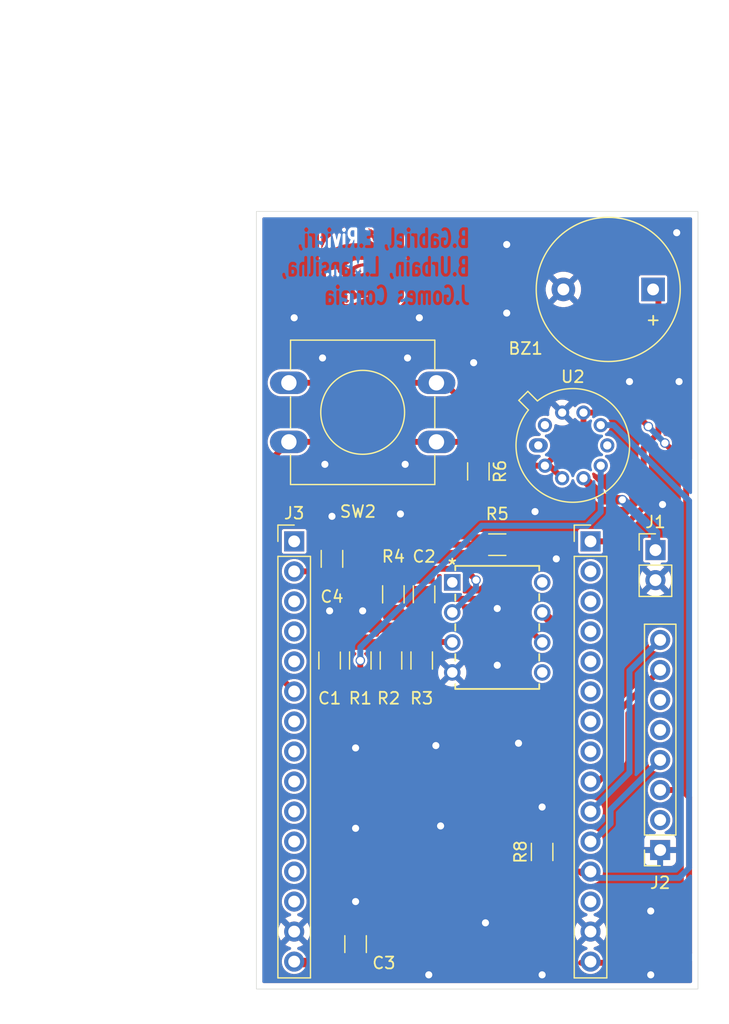
<source format=kicad_pcb>
(kicad_pcb (version 20241229) (generator "pcbnew") (generator_version "9.0")
  (layers (0 "F.Cu" signal) (2 "B.Cu" signal) (13 "F.Paste" user) (15 "B.Paste" user) (5 "F.SilkS" user "F.Silkscreen") (7 "B.SilkS" user "B.Silkscreen") (1 "F.Mask" user) (3 "B.Mask" user) (25 "Edge.Cuts" user))
  (net 0 "")
  (net 1 "/Buzzer")
  (net 2 "Net-(U3-IN+)")
  (net 3 "GND")
  (net 4 "Net-(U3-OUT)")
  (net 5 "Net-(U3-IN-)")
  (net 6 "/5V")
  (net 7 "/ADC_Sensor")
  (net 8 "/RESET_LoRa")
  (net 11 "/RX_LoRa")
  (net 12 "/3V3")
  (net 14 "/TX_LoRa")
  (net 15 "/Button")
  (net 35 "/I_Sensor")
  (net 39 "/ADC_TEMP")
  (net 41 "/15V")
  (footprint "Resistor_SMD:R_1206_3216Metric_Pad1.30x1.75mm_HandSolder" (layer "F.Cu") (at 179 41.2 -90)
    (property "Reference" "R6")
    (property "Value" "10k")
  )
  (footprint "Capacitor_SMD:C_1206_3216Metric_Pad1.33x1.80mm_HandSolder" (layer "F.Cu") (at 166.4 57.2 -90)
    (property "Reference" "C1")
    (property "Value" "100n")
  )
  (footprint "Capacitor_SMD:C_1206_3216Metric_Pad1.33x1.80mm_HandSolder" (layer "F.Cu") (at 166.6 48.6 90)
    (property "Reference" "C4")
    (property "Value" "100n")
  )
  (footprint "Resistor_SMD:R_1206_3216Metric_Pad1.30x1.75mm_HandSolder" (layer "F.Cu") (at 171.8 51.6 -90)
    (property "Reference" "R4")
    (property "Value" "100k")
  )
  (footprint "LOGO" (layer "F.Cu") (at 169.2 24.4)
    (property "Reference" "G***" (hide yes))
    (property "Value" "LOGO" (hide yes))
  )
  (footprint "Package_TO_SOT_THT:TO-5-10" (layer "F.Cu") (at 184.08 39)
    (property "Reference" "U2")
    (property "Value" "Gaz_Sensor")
  )
  (footprint "Button_Switch_THT:SW_PUSH-12mm" (layer "F.Cu") (at 162.95 33.7)
    (property "Reference" "SW2")
    (property "Value" "SW_Push_Dual")
  )
  (footprint "Resistor_SMD:R_1206_3216Metric_Pad1.30x1.75mm_HandSolder" (layer "F.Cu") (at 174.2 57.2 -90)
    (property "Reference" "R3")
    (property "Value" "1k")
  )
  (footprint "Resistor_SMD:R_1206_3216Metric_Pad1.30x1.75mm_HandSolder" (layer "F.Cu") (at 171.6 57.2 -90)
    (property "Reference" "R2")
    (property "Value" "100k")
  )
  (footprint "Capacitor_SMD:C_1206_3216Metric_Pad1.33x1.80mm_HandSolder" (layer "F.Cu") (at 168.6 81.2 90)
    (property "Reference" "C3")
    (property "Value" "100n")
  )
  (footprint "Resistor_SMD:R_1206_3216Metric_Pad1.30x1.75mm_HandSolder" (layer "F.Cu") (at 184.4 73.4 90)
    (property "Reference" "R8")
    (property "Value" "10k")
  )
  (footprint "Library:Connecteur femelle ESP" (layer "F.Cu") (at 163.4 47.12)
    (property "Reference" "J3")
    (property "Value" "Connecteur_femelle_pour_ESP_OK")
  )
  (footprint "Resistor_SMD:R_1206_3216Metric_Pad1.30x1.75mm_HandSolder" (layer "F.Cu") (at 169 57.2 90)
    (property "Reference" "R1")
    (property "Value" "10k")
  )
  (footprint "Connector_PinSocket_2.54mm:PinSocket_1x08_P2.54mm_Vertical" (layer "F.Cu") (at 194.4 73.24 180)
    (property "Reference" "J2")
    (property "Value" "Connecteur_module_LoRa")
  )
  (footprint "footprints:PDIP-8_N_LIT" (layer "F.Cu") (at 176.79 50.59)
    (property "Reference" "U3" (hide yes))
    (property "Value" "LTC1050CN8-PBF")
  )
  (footprint "Resistor_SMD:R_1206_3216Metric_Pad1.30x1.75mm_HandSolder" (layer "F.Cu") (at 180.6 47.4 180)
    (property "Reference" "R5")
    (property "Value" "1k")
  )
  (footprint "Buzzer_Beeper:Buzzer_12x9.5RM7.6" (layer "F.Cu") (at 193.8 25.8 180)
    (property "Reference" "BZ1")
    (property "Value" "Buzzer")
  )
  (footprint "Connector_PinHeader_2.54mm:PinHeader_1x02_P2.54mm_Vertical" (layer "F.Cu") (at 194 47.86)
    (property "Reference" "J1")
    (property "Value" "Conn_01x02_Pin")
  )
  (footprint "Capacitor_SMD:C_1206_3216Metric_Pad1.33x1.80mm_HandSolder" (layer "F.Cu") (at 174.4 51.6 -90)
    (property "Reference" "C2")
    (property "Value" "1u")
  )
  (gr_rect (start 160.2 19.2) (end 197.6 85) (stroke (width 0.05)) (fill no) (layer "Edge.Cuts"))
  (gr_text "B.Gabriel, E.Rivieri,\nB.Urbain, L.Mansilha,\nJ.Gomes Correia" (at 178.4 27.2 0) (layer "B.Cu" knockout) (effects (font (size 1.5 1) (thickness 0.25) (bold yes)) (justify left bottom mirror)))
  (segment (start 193.8 25.8) (end 194.251 26.251) (width 0.5) (layer "F.Cu") (net 1))
  (segment (start 194.251 26.251) (end 194.251 37.949) (width 0.5) (layer "F.Cu") (net 1))
  (segment (start 193 39.2) (end 193 44.2) (width 0.5) (layer "F.Cu") (net 1))
  (segment (start 190.08 47.12) (end 188.5 47.12) (width 0.5) (layer "F.Cu") (net 1))
  (segment (start 194.251 37.949) (end 193 39.2) (width 0.5) (layer "F.Cu") (net 1))
  (segment (start 193 44.2) (end 190.08 47.12) (width 0.5) (layer "F.Cu") (net 1))
  (segment (start 176.7575 55.6375) (end 176.79 55.67) (width 0.5) (layer "F.Cu") (net 2))
  (segment (start 171.6 55.65) (end 174.2 55.65) (width 0.5) (layer "F.Cu") (net 2))
  (segment (start 166.4 55.6375) (end 176.7575 55.6375) (width 0.5) (layer "F.Cu") (net 2))
  (segment (start 169 55.65) (end 166.4125 55.65) (width 0.5) (layer "F.Cu") (net 2))
  (segment (start 169 55.65) (end 171.6 55.65) (width 0.5) (layer "F.Cu") (net 2))
  (segment (start 166.4125 55.65) (end 166.4 55.6375) (width 0.5) (layer "F.Cu") (net 2))
  (via (at 184.4 69.6) (size 0.8) (drill 0.6) (layers "F.Cu" "B.Cu") (net 3))
  (via (at 168.6 77.6) (size 0.8) (drill 0.6) (layers "F.Cu" "B.Cu") (net 3))
  (via (at 181.4 22) (size 0.8) (drill 0.6) (layers "F.Cu" "B.Cu") (net 3))
  (via (at 173 31.6) (size 0.8) (drill 0.6) (layers "F.Cu" "B.Cu") (net 3))
  (via (at 179.6 79.4) (size 0.8) (drill 0.6) (layers "F.Cu" "B.Cu") (net 3))
  (via (at 181.4 27.8) (size 0.8) (drill 0.6) (layers "F.Cu" "B.Cu") (net 3))
  (via (at 166.6 45) (size 0.8) (drill 0.6) (layers "F.Cu" "B.Cu") (net 3))
  (via (at 165.8 31.6) (size 0.8) (drill 0.6) (layers "F.Cu" "B.Cu") (net 3))
  (via (at 193.6 83.8) (size 0.8) (drill 0.6) (layers "F.Cu" "B.Cu") (net 3))
  (via (at 195.8 21) (size 0.8) (drill 0.6) (layers "F.Cu" "B.Cu") (net 3))
  (via (at 183.8 44.6) (size 0.8) (drill 0.6) (layers "F.Cu" "B.Cu") (net 3))
  (via (at 172.8 40.6) (size 0.8) (drill 0.6) (layers "F.Cu" "B.Cu") (net 3))
  (via (at 185.6 48.6) (size 0.8) (drill 0.6) (layers "F.Cu" "B.Cu") (net 3))
  (via (at 180.6 52.8) (size 0.8) (drill 0.6) (layers "F.Cu" "B.Cu") (net 3))
  (via (at 163.4 28.2) (size 0.8) (drill 0.6) (layers "F.Cu" "B.Cu") (net 3))
  (via (at 184.4 83.8) (size 0.8) (drill 0.6) (layers "F.Cu" "B.Cu") (net 3))
  (via (at 175.4 64.4) (size 0.8) (drill 0.6) (layers "F.Cu" "B.Cu") (net 3))
  (via (at 168.6 64.6) (size 0.8) (drill 0.6) (layers "F.Cu" "B.Cu") (net 3))
  (via (at 172.4 44.8) (size 0.8) (drill 0.6) (layers "F.Cu" "B.Cu") (net 3))
  (via (at 175.8 71.2) (size 0.8) (drill 0.6) (layers "F.Cu" "B.Cu") (net 3))
  (via (at 180.6 57.6) (size 0.8) (drill 0.6) (layers "F.Cu" "B.Cu") (net 3))
  (via (at 166 40.6) (size 0.8) (drill 0.6) (layers "F.Cu" "B.Cu") (net 3))
  (via (at 182.4 64.2) (size 0.8) (drill 0.6) (layers "F.Cu" "B.Cu") (net 3))
  (via (at 194.6 44) (size 0.8) (drill 0.6) (layers "F.Cu" "B.Cu") (net 3))
  (via (at 166.4 53) (size 0.8) (drill 0.6) (layers "F.Cu" "B.Cu") (net 3))
  (via (at 169.2 53) (size 0.8) (drill 0.6) (layers "F.Cu" "B.Cu") (net 3))
  (via (at 178.6 32) (size 0.8) (drill 0.6) (layers "F.Cu" "B.Cu") (net 3))
  (via (at 196 33.6) (size 0.8) (drill 0.6) (layers "F.Cu" "B.Cu") (net 3))
  (via (at 174 28.2) (size 0.8) (drill 0.6) (layers "F.Cu" "B.Cu") (net 3))
  (via (at 174.8 83.8) (size 0.8) (drill 0.6) (layers "F.Cu" "B.Cu") (net 3))
  (via (at 193.6 78.4) (size 0.8) (drill 0.6) (layers "F.Cu" "B.Cu") (net 3))
  (via (at 191.8 33.6) (size 0.8) (drill 0.6) (layers "F.Cu" "B.Cu") (net 3))
  (via (at 168.6 71.4) (size 0.8) (drill 0.6) (layers "F.Cu" "B.Cu") (net 3))
  (segment (start 174.1875 53.1625) (end 174.2 53.15) (width 0.5) (layer "F.Cu") (net 4))
  (segment (start 175.6 54.4) (end 183.14 54.4) (width 0.5) (layer "F.Cu") (net 4))
  (segment (start 175.3695 51.9805) (end 174.2 53.15) (width 0.5) (layer "F.Cu") (net 4))
  (segment (start 171.6 53.1625) (end 174.1875 53.1625) (width 0.5) (layer "F.Cu") (net 4))
  (segment (start 182.15 49.05) (end 182.15 47.4) (width 0.5) (layer "F.Cu") (net 4))
  (segment (start 179.2195 51.9805) (end 182.15 49.05) (width 0.5) (layer "F.Cu") (net 4))
  (segment (start 183.14 54.4) (end 184.41 55.67) (width 0.5) (layer "F.Cu") (net 4))
  (segment (start 175.3695 51.9805) (end 179.2195 51.9805) (width 0.5) (layer "F.Cu") (net 4))
  (segment (start 174.4 53.2) (end 175.6 54.4) (width 0.5) (layer "F.Cu") (net 4))
  (segment (start 184.41 55.67) (end 184.33 55.67) (width 0.5) (layer "F.Cu") (net 4))
  (segment (start 174.4 53.1625) (end 174.4 53.2) (width 0.5) (layer "F.Cu") (net 4))
  (segment (start 177.8405 49.4405) (end 178.8 50.4) (width 0.5) (layer "F.Cu") (net 5))
  (segment (start 174.2 50.05) (end 174.8095 49.4405) (width 0.5) (layer "F.Cu") (net 5))
  (segment (start 171.6 50.0375) (end 174.1875 50.0375) (width 0.5) (layer "F.Cu") (net 5))
  (segment (start 174.8095 49.4405) (end 177.8405 49.4405) (width 0.5) (layer "F.Cu") (net 5))
  (segment (start 174.1875 50.0375) (end 174.2 50.05) (width 0.5) (layer "F.Cu") (net 5))
  (via (at 178.8 50.4) (size 0.8) (drill 0.6) (layers "F.Cu" "B.Cu") (net 5))
  (segment (start 178.8 50.4) (end 178.8 51.12) (width 0.5) (layer "B.Cu") (net 5))
  (segment (start 178.8 51.12) (end 176.79 53.13) (width 0.5) (layer "B.Cu") (net 5))
  (segment (start 168.8375 82.7625) (end 185.8 65.8) (width 0.8) (layer "F.Cu") (net 6))
  (segment (start 163.4825 82.7625) (end 163.4 82.68) (width 0.8) (layer "F.Cu") (net 6))
  (segment (start 168.6 82.7625) (end 163.4825 82.7625) (width 0.8) (layer "F.Cu") (net 6))
  (segment (start 185.8 54.52) (end 184.41 53.13) (width 0.8) (layer "F.Cu") (net 6))
  (segment (start 185.8 65.8) (end 185.8 54.52) (width 0.8) (layer "F.Cu") (net 6))
  (segment (start 166.0975 49.66) (end 166.6 50.1625) (width 0.5) (layer "F.Cu") (net 7))
  (segment (start 169.3625 47.4) (end 166.6 50.1625) (width 0.5) (layer "F.Cu") (net 7))
  (segment (start 179.05 47.4) (end 169.3625 47.4) (width 0.5) (layer "F.Cu") (net 7))
  (segment (start 165.5975 49.76) (end 166 50.1625) (width 0.5) (layer "F.Cu") (net 7))
  (segment (start 163.4 49.66) (end 166.0975 49.66) (width 0.5) (layer "F.Cu") (net 7))
  (segment (start 194.4 65.62) (end 190.2 69.82) (width 0.5) (layer "B.Cu") (net 8))
  (segment (start 190.2 71) (end 188.68 72.52) (width 0.5) (layer "B.Cu") (net 8))
  (segment (start 188.68 72.52) (end 188.5 72.52) (width 0.5) (layer "B.Cu") (net 8))
  (segment (start 190.2 69.82) (end 190.2 71) (width 0.5) (layer "B.Cu") (net 8))
  (segment (start 194.4 58) (end 191 61.4) (width 0.5) (layer "F.Cu") (net 11))
  (segment (start 189.16 67.44) (end 188.5 67.44) (width 0.5) (layer "F.Cu") (net 11))
  (segment (start 191 65.6) (end 189.16 67.44) (width 0.5) (layer "F.Cu") (net 11))
  (segment (start 191 61.4) (end 191 65.6) (width 0.5) (layer "F.Cu") (net 11))
  (segment (start 187.7 82.78) (end 196.02 82.78) (width 0.5) (layer "F.Cu") (net 12))
  (segment (start 192.222915 36.222915) (end 193.4 37.4) (width 0.5) (layer "F.Cu") (net 12))
  (segment (start 196.849 68.769) (end 196.24 68.16) (width 0.5) (layer "F.Cu") (net 12))
  (segment (start 196.24 68.16) (end 194.4 68.16) (width 0.5) (layer "F.Cu") (net 12))
  (segment (start 175.45 33.7) (end 176.1 33.7) (width 0.5) (layer "F.Cu") (net 12))
  (segment (start 187.90233 37.451673) (end 187.90233 36.222915) (width 0.5) (layer "F.Cu") (net 12))
  (segment (start 187.90233 36.222915) (end 192.222915 36.222915) (width 0.5) (layer "F.Cu") (net 12))
  (segment (start 196.6 67.8) (end 196.24 68.16) (width 0.5) (layer "F.Cu") (net 12))
  (segment (start 194.8 38.8) (end 196.6 40.6) (width 0.5) (layer "F.Cu") (net 12))
  (segment (start 196.02 82.78) (end 196.849 81.951) (width 0.5) (layer "F.Cu") (net 12))
  (segment (start 196.6 40.6) (end 196.6 67.8) (width 0.5) (layer "F.Cu") (net 12))
  (segment (start 184.63767 40.716333) (end 185.036918 40.716333) (width 0.5) (layer "F.Cu") (net 12))
  (segment (start 185.036918 40.716333) (end 186.09767 41.777085) (width 0.5) (layer "F.Cu") (net 12))
  (segment (start 183.116333 40.716333) (end 184.63767 40.716333) (width 0.5) (layer "F.Cu") (net 12))
  (segment (start 184.63767 40.716333) (end 187.90233 37.451673) (width 0.5) (layer "F.Cu") (net 12))
  (segment (start 176.1 33.7) (end 183.116333 40.716333) (width 0.5) (layer "F.Cu") (net 12))
  (segment (start 196.849 81.951) (end 196.849 68.769) (width 0.5) (layer "F.Cu") (net 12))
  (segment (start 162.95 33.7) (end 175.45 33.7) (width 0.5) (layer "F.Cu") (net 12))
  (via (at 193.4 37.4) (size 0.8) (drill 0.6) (layers "F.Cu" "B.Cu") (net 12))
  (via (at 194.8 38.8) (size 0.8) (drill 0.6) (layers "F.Cu" "B.Cu") (net 12))
  (segment (start 193.4 37.4) (end 194.8 38.8) (width 0.5) (layer "B.Cu") (net 12))
  (segment (start 194.4 55.46) (end 191.8 58.06) (width 0.5) (layer "B.Cu") (net 14))
  (segment (start 191.8 58.06) (end 191.8 66.68) (width 0.5) (layer "B.Cu") (net 14))
  (segment (start 191.8 66.68) (end 188.5 69.98) (width 0.5) (layer "B.Cu") (net 14))
  (segment (start 175.45 38.7) (end 178.05 38.7) (width 0.5) (layer "F.Cu") (net 15))
  (segment (start 178.05 38.7) (end 179 39.65) (width 0.5) (layer "F.Cu") (net 15))
  (segment (start 161.4 57.82) (end 161.4 40.25) (width 0.5) (layer "F.Cu") (net 15))
  (segment (start 163.4 59.82) (end 161.4 57.82) (width 0.5) (layer "F.Cu") (net 15))
  (segment (start 161.4 40.25) (end 162.95 38.7) (width 0.5) (layer "F.Cu") (net 15))
  (segment (start 162.95 38.7) (end 175.45 38.7) (width 0.5) (layer "F.Cu") (net 15))
  (segment (start 169 58.75) (end 169 57.2) (width 0.5) (layer "F.Cu") (net 35))
  (via (at 169 57.2) (size 0.8) (drill 0.6) (layers "F.Cu" "B.Cu") (net 35))
  (segment (start 169 57.2) (end 169 56.081) (width 0.5) (layer "B.Cu") (net 35))
  (segment (start 169 56.081) (end 179.281 45.8) (width 0.5) (layer "B.Cu") (net 35))
  (segment (start 179.281 45.8) (end 188.2 45.8) (width 0.5) (layer "B.Cu") (net 35))
  (segment (start 188.2 45.8) (end 189.36233 44.63767) (width 0.5) (layer "B.Cu") (net 35))
  (segment (start 189.36233 44.63767) (end 189.36233 40.716333) (width 0.5) (layer "B.Cu") (net 35))
  (segment (start 187.74 75.2) (end 187.7 75.16) (width 0.5) (layer "F.Cu") (net 39))
  (segment (start 184.51 75.06) (end 184.4 74.95) (width 0.5) (layer "F.Cu") (net 39))
  (segment (start 188.5 75.06) (end 184.51 75.06) (width 0.5) (layer "F.Cu") (net 39))
  (segment (start 190.449421 37.283667) (end 196.849 43.683246) (width 0.5) (layer "B.Cu") (net 39))
  (segment (start 189.36233 37.283667) (end 190.449421 37.283667) (width 0.5) (layer "B.Cu") (net 39))
  (segment (start 196.849 74.751) (end 196 75.6) (width 0.5) (layer "B.Cu") (net 39))
  (segment (start 196 75.6) (end 189.04 75.6) (width 0.5) (layer "B.Cu") (net 39))
  (segment (start 189.04 75.6) (end 188.5 75.06) (width 0.5) (layer "B.Cu") (net 39))
  (segment (start 196.849 43.683246) (end 196.849 74.751) (width 0.5) (layer "B.Cu") (net 39))
  (segment (start 189.725245 43.6) (end 187.90233 41.777085) (width 0.8) (layer "F.Cu") (net 41))
  (segment (start 191.2 43.6) (end 189.725245 43.6) (width 0.8) (layer "F.Cu") (net 41))
  (via (at 191.2 43.6) (size 0.8) (drill 0.6) (layers "F.Cu" "B.Cu") (net 41))
  (segment (start 194 47.86) (end 194 46.4) (width 0.8) (layer "B.Cu") (net 41))
  (segment (start 194 46.4) (end 191.2 43.6) (width 0.8) (layer "B.Cu") (net 41))
  (zone (net 3) (net_name "GND") (layers "F.Cu" "B.Cu") (connect_pads (clearance 0)) (min_thickness 0.25) (fill yes (thermal_gap 0.5) (thermal_bridge_width 0.5))
    (polygon (pts (xy 160.2 19.2) (xy 197.6 19.2) (xy 197.6 85) (xy 160.2 85)))
  )
)
</source>
